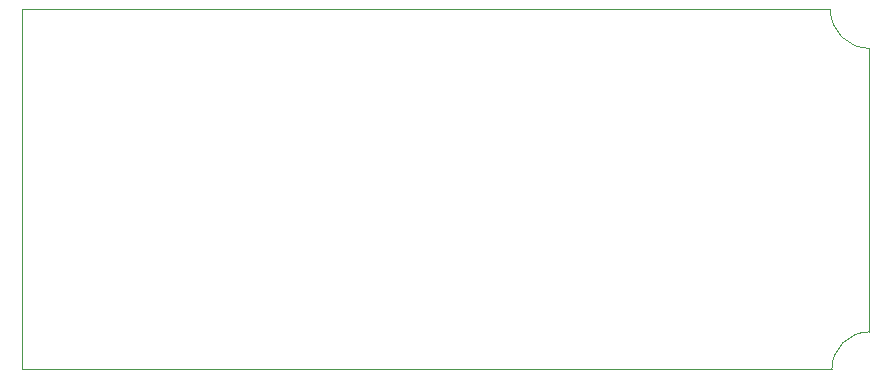
<source format=gbr>
%TF.GenerationSoftware,KiCad,Pcbnew,(5.1.6-0-10_14)*%
%TF.CreationDate,2021-03-31T22:59:44+02:00*%
%TF.ProjectId,wificlock,77696669-636c-46f6-936b-2e6b69636164,rev?*%
%TF.SameCoordinates,Original*%
%TF.FileFunction,Profile,NP*%
%FSLAX46Y46*%
G04 Gerber Fmt 4.6, Leading zero omitted, Abs format (unit mm)*
G04 Created by KiCad (PCBNEW (5.1.6-0-10_14)) date 2021-03-31 22:59:44*
%MOMM*%
%LPD*%
G01*
G04 APERTURE LIST*
%TA.AperFunction,Profile*%
%ADD10C,0.100000*%
%TD*%
G04 APERTURE END LIST*
D10*
X160655000Y-143510000D02*
G75*
G02*
X163830000Y-140335000I3175000J0D01*
G01*
X163830000Y-116332000D02*
G75*
G02*
X160528000Y-113030000I0J3302000D01*
G01*
X92075000Y-113030000D02*
X160528000Y-113030000D01*
X92075000Y-143510000D02*
X92075000Y-113030000D01*
X160655000Y-143510000D02*
X92075000Y-143510000D01*
X163830000Y-116332000D02*
X163830000Y-140335000D01*
M02*

</source>
